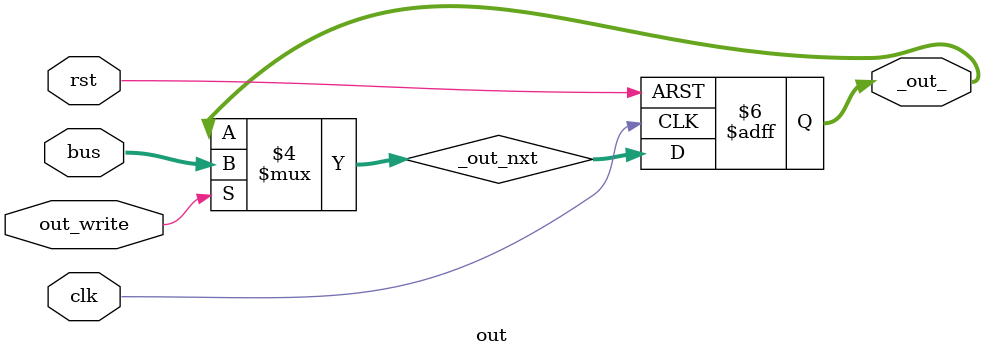
<source format=v>
module out(
    input clk,
    input rst,
    input [15:0]bus,
    input out_write,
    output reg[15:0]_out_
);

    reg [15:0] _out_nxt;

////////////// flops
always @(posedge clk or posedge rst ) begin
        if(rst)
            _out_ <= 0;
        else
            _out_ <= _out_nxt ;
end

///////////// comb
always @(*) begin
    if(out_write)
        _out_nxt = bus;
    else
        _out_nxt = _out_ ;
end



endmodule
</source>
